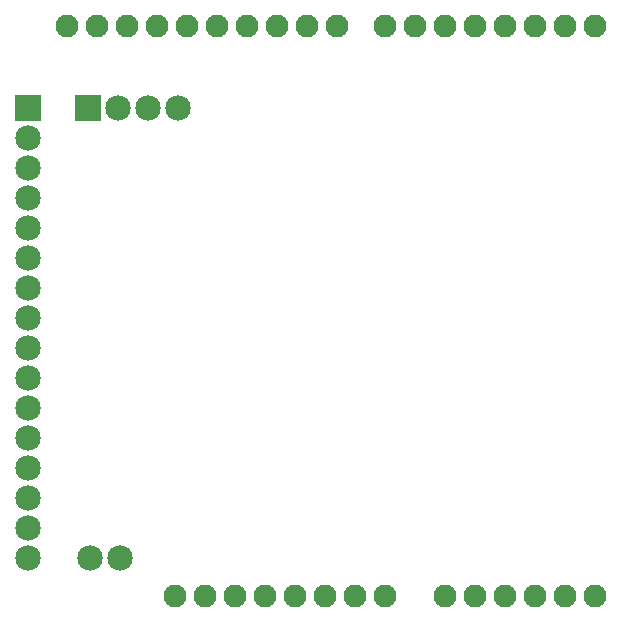
<source format=gbs>
G04 MADE WITH FRITZING*
G04 WWW.FRITZING.ORG*
G04 DOUBLE SIDED*
G04 HOLES PLATED*
G04 CONTOUR ON CENTER OF CONTOUR VECTOR*
%ASAXBY*%
%FSLAX23Y23*%
%MOIN*%
%OFA0B0*%
%SFA1.0B1.0*%
%ADD10C,0.076194*%
%ADD11C,0.076222*%
%ADD12C,0.085000*%
%ADD13C,0.084972*%
%ADD14R,0.085000X0.085014*%
%ADD15R,0.085014X0.085000*%
%LNMASK0*%
G90*
G70*
G54D10*
X2103Y111D03*
X2203Y111D03*
X2303Y111D03*
X2403Y111D03*
X2503Y111D03*
G54D11*
X1643Y2011D03*
X1543Y2011D03*
X1443Y2011D03*
X1343Y2011D03*
X1243Y2011D03*
X1143Y2011D03*
X1043Y2011D03*
X943Y2011D03*
X843Y2011D03*
X743Y2011D03*
X2503Y2011D03*
X2403Y2011D03*
X2303Y2011D03*
X2203Y2011D03*
X2103Y2011D03*
X2003Y2011D03*
X1903Y2011D03*
X1803Y2011D03*
G54D10*
X1203Y111D03*
X1103Y111D03*
X1303Y111D03*
X1403Y111D03*
X1503Y111D03*
X1603Y111D03*
X1703Y111D03*
X1803Y111D03*
X2003Y111D03*
G54D12*
X819Y237D03*
X919Y237D03*
X819Y237D03*
X919Y237D03*
G54D13*
X612Y1337D03*
G54D12*
X612Y1237D03*
X612Y1137D03*
X612Y637D03*
G54D13*
X612Y1037D03*
G54D12*
X612Y537D03*
X612Y937D03*
X612Y437D03*
X612Y837D03*
X612Y337D03*
X612Y737D03*
X612Y237D03*
X612Y1737D03*
X612Y1637D03*
G54D13*
X612Y1537D03*
G54D12*
X612Y1437D03*
X612Y1737D03*
X612Y1637D03*
G54D13*
X612Y1537D03*
G54D12*
X612Y1437D03*
G54D13*
X612Y1337D03*
G54D12*
X612Y1237D03*
X612Y1137D03*
X612Y637D03*
G54D13*
X612Y1037D03*
G54D12*
X612Y537D03*
X612Y937D03*
X612Y437D03*
X612Y837D03*
X612Y337D03*
X612Y737D03*
X612Y237D03*
X812Y1737D03*
X912Y1737D03*
X1012Y1737D03*
X1112Y1737D03*
X812Y1737D03*
X912Y1737D03*
X1012Y1737D03*
X1112Y1737D03*
G54D14*
X612Y1737D03*
X612Y1737D03*
G54D15*
X812Y1737D03*
X812Y1737D03*
G04 End of Mask0*
M02*
</source>
